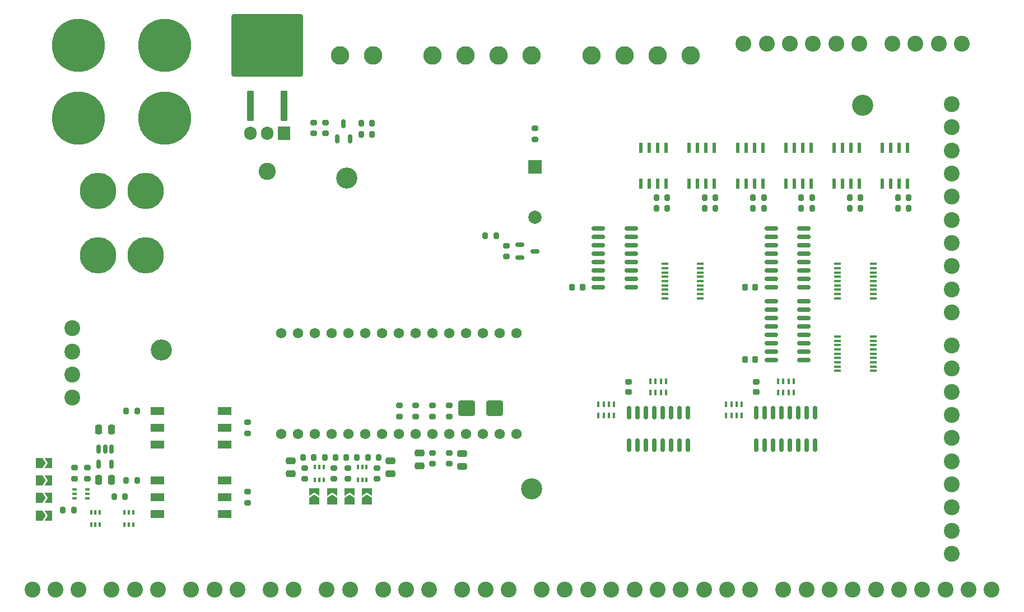
<source format=gbr>
%TF.GenerationSoftware,KiCad,Pcbnew,(7.0.0)*%
%TF.CreationDate,2023-05-23T17:02:05+02:00*%
%TF.ProjectId,Kettcar_Control_HW,4b657474-6361-4725-9f43-6f6e74726f6c,1.0*%
%TF.SameCoordinates,Original*%
%TF.FileFunction,Soldermask,Top*%
%TF.FilePolarity,Negative*%
%FSLAX46Y46*%
G04 Gerber Fmt 4.6, Leading zero omitted, Abs format (unit mm)*
G04 Created by KiCad (PCBNEW (7.0.0)) date 2023-05-23 17:02:05*
%MOMM*%
%LPD*%
G01*
G04 APERTURE LIST*
G04 Aperture macros list*
%AMRoundRect*
0 Rectangle with rounded corners*
0 $1 Rounding radius*
0 $2 $3 $4 $5 $6 $7 $8 $9 X,Y pos of 4 corners*
0 Add a 4 corners polygon primitive as box body*
4,1,4,$2,$3,$4,$5,$6,$7,$8,$9,$2,$3,0*
0 Add four circle primitives for the rounded corners*
1,1,$1+$1,$2,$3*
1,1,$1+$1,$4,$5*
1,1,$1+$1,$6,$7*
1,1,$1+$1,$8,$9*
0 Add four rect primitives between the rounded corners*
20,1,$1+$1,$2,$3,$4,$5,0*
20,1,$1+$1,$4,$5,$6,$7,0*
20,1,$1+$1,$6,$7,$8,$9,0*
20,1,$1+$1,$8,$9,$2,$3,0*%
%AMFreePoly0*
4,1,6,1.000000,0.000000,0.500000,-0.750000,-0.500000,-0.750000,-0.500000,0.750000,0.500000,0.750000,1.000000,0.000000,1.000000,0.000000,$1*%
%AMFreePoly1*
4,1,6,0.500000,-0.750000,-0.650000,-0.750000,-0.150000,0.000000,-0.650000,0.750000,0.500000,0.750000,0.500000,-0.750000,0.500000,-0.750000,$1*%
G04 Aperture macros list end*
%ADD10RoundRect,0.150000X-0.150000X0.512500X-0.150000X-0.512500X0.150000X-0.512500X0.150000X0.512500X0*%
%ADD11FreePoly0,90.000000*%
%ADD12FreePoly1,90.000000*%
%ADD13RoundRect,0.200000X-0.200000X-0.275000X0.200000X-0.275000X0.200000X0.275000X-0.200000X0.275000X0*%
%ADD14R,0.400000X0.900000*%
%ADD15RoundRect,0.200000X-0.275000X0.200000X-0.275000X-0.200000X0.275000X-0.200000X0.275000X0.200000X0*%
%ADD16C,2.400000*%
%ADD17R,2.000000X1.200000*%
%ADD18RoundRect,0.200000X0.200000X0.275000X-0.200000X0.275000X-0.200000X-0.275000X0.200000X-0.275000X0*%
%ADD19RoundRect,0.150000X0.825000X0.150000X-0.825000X0.150000X-0.825000X-0.150000X0.825000X-0.150000X0*%
%ADD20C,8.000000*%
%ADD21R,0.650000X0.400000*%
%ADD22RoundRect,0.200000X0.275000X-0.200000X0.275000X0.200000X-0.275000X0.200000X-0.275000X-0.200000X0*%
%ADD23R,1.000000X0.400000*%
%ADD24RoundRect,0.250000X0.250000X0.475000X-0.250000X0.475000X-0.250000X-0.475000X0.250000X-0.475000X0*%
%ADD25R,0.600000X1.550000*%
%ADD26R,0.400000X0.650000*%
%ADD27RoundRect,0.250000X-0.475000X0.250000X-0.475000X-0.250000X0.475000X-0.250000X0.475000X0.250000X0*%
%ADD28FreePoly0,0.000000*%
%ADD29FreePoly1,0.000000*%
%ADD30R,2.000000X2.000000*%
%ADD31C,2.000000*%
%ADD32C,2.800000*%
%ADD33RoundRect,0.150000X0.150000X-0.825000X0.150000X0.825000X-0.150000X0.825000X-0.150000X-0.825000X0*%
%ADD34RoundRect,0.150000X-0.512500X-0.150000X0.512500X-0.150000X0.512500X0.150000X-0.512500X0.150000X0*%
%ADD35C,5.500000*%
%ADD36R,1.905000X2.000000*%
%ADD37O,1.905000X2.000000*%
%ADD38RoundRect,0.250000X0.300000X-2.050000X0.300000X2.050000X-0.300000X2.050000X-0.300000X-2.050000X0*%
%ADD39RoundRect,0.250002X5.149998X-4.449998X5.149998X4.449998X-5.149998X4.449998X-5.149998X-4.449998X0*%
%ADD40RoundRect,0.250000X-1.000000X-0.900000X1.000000X-0.900000X1.000000X0.900000X-1.000000X0.900000X0*%
%ADD41C,2.600000*%
%ADD42RoundRect,0.250000X0.475000X-0.250000X0.475000X0.250000X-0.475000X0.250000X-0.475000X-0.250000X0*%
%ADD43C,3.200000*%
%ADD44RoundRect,0.225000X0.225000X0.250000X-0.225000X0.250000X-0.225000X-0.250000X0.225000X-0.250000X0*%
%ADD45RoundRect,0.150000X0.150000X-0.512500X0.150000X0.512500X-0.150000X0.512500X-0.150000X-0.512500X0*%
%ADD46RoundRect,0.225000X0.250000X-0.225000X0.250000X0.225000X-0.250000X0.225000X-0.250000X-0.225000X0*%
%ADD47C,1.574800*%
G04 APERTURE END LIST*
D10*
%TO.C,U1*%
X44450000Y-120012500D03*
X43500000Y-120012500D03*
X42550000Y-120012500D03*
X42550000Y-122287500D03*
X44450000Y-122287500D03*
%TD*%
D11*
%TO.C,JP6*%
X75150000Y-127925000D03*
D12*
X75150000Y-126475000D03*
%TD*%
D11*
%TO.C,JP8*%
X80450000Y-127925000D03*
D12*
X80450000Y-126475000D03*
%TD*%
D13*
%TO.C,R1*%
X148725000Y-82000000D03*
X150375000Y-82000000D03*
%TD*%
D14*
%TO.C,RN1*%
X125899999Y-111449999D03*
X126699999Y-111449999D03*
X127499999Y-111449999D03*
X128299999Y-111449999D03*
X128299999Y-109749999D03*
X127499999Y-109749999D03*
X126699999Y-109749999D03*
X125899999Y-109749999D03*
%TD*%
D15*
%TO.C,R11*%
X90450000Y-113425000D03*
X90450000Y-115075000D03*
%TD*%
%TO.C,R27*%
X65050000Y-115975000D03*
X65050000Y-117625000D03*
%TD*%
D16*
%TO.C,J9*%
X141000000Y-141250000D03*
X137500000Y-141250000D03*
X134000000Y-141250000D03*
X130500000Y-141250000D03*
X127000000Y-141250000D03*
X123500000Y-141250000D03*
X120000000Y-141250000D03*
X116500000Y-141250000D03*
X113000000Y-141250000D03*
X109500000Y-141250000D03*
%TD*%
D17*
%TO.C,U10*%
X51439999Y-124769999D03*
X51439999Y-127309999D03*
X51439999Y-129849999D03*
X61599999Y-129849999D03*
X61599999Y-127309999D03*
X61599999Y-124769999D03*
%TD*%
D18*
%TO.C,R26*%
X48325000Y-114300000D03*
X46675000Y-114300000D03*
%TD*%
D16*
%TO.C,J10*%
X39500000Y-141250000D03*
X36000000Y-141250000D03*
X32500000Y-141250000D03*
%TD*%
D19*
%TO.C,U12*%
X149150000Y-95545000D03*
X149150000Y-94275000D03*
X149150000Y-93005000D03*
X149150000Y-91735000D03*
X149150000Y-90465000D03*
X149150000Y-89195000D03*
X149150000Y-87925000D03*
X149150000Y-86655000D03*
X144200000Y-86655000D03*
X144200000Y-87925000D03*
X144200000Y-89195000D03*
X144200000Y-90465000D03*
X144200000Y-91735000D03*
X144200000Y-93005000D03*
X144200000Y-94275000D03*
X144200000Y-95545000D03*
%TD*%
D20*
%TO.C,J4*%
X39500000Y-59000000D03*
X39500000Y-70000000D03*
%TD*%
D21*
%TO.C,Q10*%
X38899999Y-126149999D03*
X38899999Y-126799999D03*
X38899999Y-127449999D03*
X40799999Y-127449999D03*
X40799999Y-126799999D03*
X40799999Y-126149999D03*
%TD*%
D11*
%TO.C,JP4*%
X83100000Y-127925000D03*
D12*
X83100000Y-126475000D03*
%TD*%
D13*
%TO.C,R39*%
X79900000Y-121300000D03*
X81550000Y-121300000D03*
%TD*%
D18*
%TO.C,R16*%
X157675000Y-83650000D03*
X156025000Y-83650000D03*
%TD*%
D15*
%TO.C,R10*%
X93000000Y-120575000D03*
X93000000Y-122225000D03*
%TD*%
D22*
%TO.C,R23*%
X76800000Y-72275000D03*
X76800000Y-70625000D03*
%TD*%
D23*
%TO.C,U2*%
X128074999Y-92024999D03*
X128074999Y-92674999D03*
X128074999Y-93324999D03*
X128074999Y-93974999D03*
X128074999Y-94624999D03*
X128074999Y-95274999D03*
X128074999Y-95924999D03*
X128074999Y-96574999D03*
X128074999Y-97224999D03*
X133474999Y-97224999D03*
X133474999Y-96574999D03*
X133474999Y-95924999D03*
X133474999Y-95274999D03*
X133474999Y-94624999D03*
X133474999Y-93974999D03*
X133474999Y-93324999D03*
X133474999Y-92674999D03*
X133474999Y-92024999D03*
%TD*%
D14*
%TO.C,RN3*%
X145199999Y-111449999D03*
X145999999Y-111449999D03*
X146799999Y-111449999D03*
X147599999Y-111449999D03*
X147599999Y-109749999D03*
X146799999Y-109749999D03*
X145999999Y-109749999D03*
X145199999Y-109749999D03*
%TD*%
D24*
%TO.C,C2*%
X44450000Y-124650000D03*
X42550000Y-124650000D03*
%TD*%
D13*
%TO.C,R4*%
X126825000Y-82000000D03*
X128475000Y-82000000D03*
%TD*%
D25*
%TO.C,Q5*%
X160994999Y-79849999D03*
X162264999Y-79849999D03*
X163534999Y-79849999D03*
X164804999Y-79849999D03*
X160994999Y-74449999D03*
X162264999Y-74449999D03*
X163534999Y-74449999D03*
X164804999Y-74449999D03*
%TD*%
D26*
%TO.C,Q12*%
X81724999Y-124649999D03*
X82374999Y-124649999D03*
X83024999Y-124649999D03*
X83024999Y-122749999D03*
X82374999Y-122749999D03*
X81724999Y-122749999D03*
%TD*%
D16*
%TO.C,J11*%
X38500000Y-112250000D03*
X38500000Y-108750000D03*
X38500000Y-105250000D03*
X38500000Y-101750000D03*
%TD*%
D27*
%TO.C,C4*%
X97500000Y-120700000D03*
X97500000Y-122600000D03*
%TD*%
D19*
%TO.C,U8*%
X149150000Y-106520000D03*
X149150000Y-105250000D03*
X149150000Y-103980000D03*
X149150000Y-102710000D03*
X149150000Y-101440000D03*
X149150000Y-100170000D03*
X149150000Y-98900000D03*
X149150000Y-97630000D03*
X144200000Y-97630000D03*
X144200000Y-98900000D03*
X144200000Y-100170000D03*
X144200000Y-101440000D03*
X144200000Y-102710000D03*
X144200000Y-103980000D03*
X144200000Y-105250000D03*
X144200000Y-106520000D03*
%TD*%
D28*
%TO.C,JP5*%
X33525000Y-130050000D03*
D29*
X34975000Y-130050000D03*
%TD*%
D28*
%TO.C,JP3*%
X33525000Y-122100000D03*
D29*
X34975000Y-122100000D03*
%TD*%
D16*
%TO.C,J13*%
X177500000Y-141250000D03*
X174000000Y-141250000D03*
X170500000Y-141250000D03*
X167000000Y-141250000D03*
X163500000Y-141250000D03*
X160000000Y-141250000D03*
X156500000Y-141250000D03*
X153000000Y-141250000D03*
X149500000Y-141250000D03*
X146000000Y-141250000D03*
%TD*%
D13*
%TO.C,R14*%
X156025000Y-82000000D03*
X157675000Y-82000000D03*
%TD*%
D15*
%TO.C,R9*%
X95550000Y-120575000D03*
X95550000Y-122225000D03*
%TD*%
D30*
%TO.C,LS1*%
X108449999Y-77349999D03*
D31*
X108450000Y-84950000D03*
%TD*%
D15*
%TO.C,R29*%
X65070000Y-126485000D03*
X65070000Y-128135000D03*
%TD*%
D32*
%TO.C,J12*%
X79000000Y-60500000D03*
X84000000Y-60500000D03*
%TD*%
D16*
%TO.C,J18*%
X72000000Y-141250000D03*
X68500000Y-141250000D03*
%TD*%
D25*
%TO.C,Q4*%
X124494999Y-79849999D03*
X125764999Y-79849999D03*
X127034999Y-79849999D03*
X128304999Y-79849999D03*
X124494999Y-74449999D03*
X125764999Y-74449999D03*
X127034999Y-74449999D03*
X128304999Y-74449999D03*
%TD*%
D13*
%TO.C,R24*%
X82225000Y-72400000D03*
X83875000Y-72400000D03*
%TD*%
D14*
%TO.C,RN2*%
X118049999Y-114949999D03*
X118849999Y-114949999D03*
X119649999Y-114949999D03*
X120449999Y-114949999D03*
X120449999Y-113249999D03*
X119649999Y-113249999D03*
X118849999Y-113249999D03*
X118049999Y-113249999D03*
%TD*%
D16*
%TO.C,J20*%
X63500000Y-141250000D03*
X60000000Y-141250000D03*
X56500000Y-141250000D03*
%TD*%
D33*
%TO.C,U6*%
X141955000Y-119425000D03*
X143225000Y-119425000D03*
X144495000Y-119425000D03*
X145765000Y-119425000D03*
X147035000Y-119425000D03*
X148305000Y-119425000D03*
X149575000Y-119425000D03*
X150845000Y-119425000D03*
X150845000Y-114475000D03*
X149575000Y-114475000D03*
X148305000Y-114475000D03*
X147035000Y-114475000D03*
X145765000Y-114475000D03*
X144495000Y-114475000D03*
X143225000Y-114475000D03*
X141955000Y-114475000D03*
%TD*%
D34*
%TO.C,Q7*%
X106162500Y-89150000D03*
X106162500Y-91050000D03*
X108437500Y-90100000D03*
%TD*%
D18*
%TO.C,R8*%
X128475000Y-83650000D03*
X126825000Y-83650000D03*
%TD*%
D35*
%TO.C,J6*%
X49600000Y-81000000D03*
X42400000Y-81000000D03*
%TD*%
D36*
%TO.C,Q8*%
X70539999Y-72249999D03*
D37*
X67999999Y-72249999D03*
X65459999Y-72249999D03*
%TD*%
D18*
%TO.C,R28*%
X48345000Y-124760000D03*
X46695000Y-124760000D03*
%TD*%
D16*
%TO.C,J19*%
X171500000Y-67850000D03*
X171500000Y-71350000D03*
X171500000Y-74850000D03*
X171500000Y-78350000D03*
X171500000Y-81850000D03*
X171500000Y-85350000D03*
X171500000Y-88850000D03*
X171500000Y-92350000D03*
X171500000Y-95850000D03*
X171500000Y-99350000D03*
%TD*%
D18*
%TO.C,R7*%
X135775000Y-83650000D03*
X134125000Y-83650000D03*
%TD*%
%TO.C,R20*%
X102625000Y-87750000D03*
X100975000Y-87750000D03*
%TD*%
D16*
%TO.C,J21*%
X51500000Y-141250000D03*
X48000000Y-141250000D03*
X44500000Y-141250000D03*
%TD*%
D15*
%TO.C,R34*%
X73675000Y-122875000D03*
X73675000Y-124525000D03*
%TD*%
D16*
%TO.C,J16*%
X92500000Y-141250000D03*
X89000000Y-141250000D03*
X85500000Y-141250000D03*
%TD*%
D32*
%TO.C,J3*%
X117000000Y-60500000D03*
X122000000Y-60500000D03*
X127000000Y-60500000D03*
X132000000Y-60500000D03*
%TD*%
D18*
%TO.C,R36*%
X78350000Y-121300000D03*
X76700000Y-121300000D03*
%TD*%
D38*
%TO.C,D2*%
X65500000Y-68150000D03*
D39*
X68040000Y-59000000D03*
D38*
X70580000Y-68150000D03*
%TD*%
D25*
%TO.C,Q6*%
X153694999Y-79849999D03*
X154964999Y-79849999D03*
X156234999Y-79849999D03*
X157504999Y-79849999D03*
X153694999Y-74449999D03*
X154964999Y-74449999D03*
X156234999Y-74449999D03*
X157504999Y-74449999D03*
%TD*%
D18*
%TO.C,R40*%
X84850000Y-121300000D03*
X83200000Y-121300000D03*
%TD*%
D25*
%TO.C,Q2*%
X139094999Y-79849999D03*
X140364999Y-79849999D03*
X141634999Y-79849999D03*
X142904999Y-79849999D03*
X139094999Y-74449999D03*
X140364999Y-74449999D03*
X141634999Y-74449999D03*
X142904999Y-74449999D03*
%TD*%
D40*
%TO.C,D1*%
X98100000Y-113800000D03*
X102400000Y-113800000D03*
%TD*%
D13*
%TO.C,R3*%
X134125000Y-82000000D03*
X135775000Y-82000000D03*
%TD*%
D28*
%TO.C,JP1*%
X33525000Y-127400000D03*
D29*
X34975000Y-127400000D03*
%TD*%
D41*
%TO.C,REF\u002A\u002A*%
X68000000Y-78000000D03*
%TD*%
D18*
%TO.C,R15*%
X164975000Y-83650000D03*
X163325000Y-83650000D03*
%TD*%
D16*
%TO.C,J5*%
X140000000Y-58750000D03*
X143500000Y-58750000D03*
X147000000Y-58750000D03*
X150500000Y-58750000D03*
X154000000Y-58750000D03*
X157500000Y-58750000D03*
%TD*%
%TO.C,J14*%
X171500000Y-104350000D03*
X171500000Y-107850000D03*
X171500000Y-111350000D03*
X171500000Y-114850000D03*
X171500000Y-118350000D03*
X171500000Y-121850000D03*
X171500000Y-125350000D03*
X171500000Y-128850000D03*
X171500000Y-132350000D03*
X171500000Y-135850000D03*
%TD*%
D22*
%TO.C,R17*%
X95550000Y-115075000D03*
X95550000Y-113425000D03*
%TD*%
D42*
%TO.C,C11*%
X86600000Y-123700000D03*
X86600000Y-121800000D03*
%TD*%
D15*
%TO.C,R38*%
X80175000Y-122875000D03*
X80175000Y-124525000D03*
%TD*%
D22*
%TO.C,R18*%
X93000000Y-115075000D03*
X93000000Y-113425000D03*
%TD*%
D15*
%TO.C,R12*%
X87950000Y-113425000D03*
X87950000Y-115075000D03*
%TD*%
D11*
%TO.C,JP2*%
X77800000Y-127925000D03*
D12*
X77800000Y-126475000D03*
%TD*%
D43*
%TO.C,REF\u002A\u002A*%
X158000000Y-68000000D03*
%TD*%
D16*
%TO.C,J17*%
X104500000Y-141250000D03*
X101000000Y-141250000D03*
X97500000Y-141250000D03*
%TD*%
D26*
%TO.C,U14*%
X42699999Y-129549999D03*
X42049999Y-129549999D03*
X41399999Y-129549999D03*
X41399999Y-131449999D03*
X42049999Y-131449999D03*
X42699999Y-131449999D03*
%TD*%
D15*
%TO.C,R41*%
X84575000Y-122875000D03*
X84575000Y-124525000D03*
%TD*%
D43*
%TO.C,REF\u002A\u002A*%
X52000000Y-105000000D03*
%TD*%
D15*
%TO.C,R22*%
X75000000Y-70625000D03*
X75000000Y-72275000D03*
%TD*%
D20*
%TO.C,J1*%
X52500000Y-70000000D03*
X52500000Y-59000000D03*
%TD*%
D15*
%TO.C,R31*%
X40800000Y-122825000D03*
X40800000Y-124475000D03*
%TD*%
D33*
%TO.C,U5*%
X122655000Y-119425000D03*
X123925000Y-119425000D03*
X125195000Y-119425000D03*
X126465000Y-119425000D03*
X127735000Y-119425000D03*
X129005000Y-119425000D03*
X130275000Y-119425000D03*
X131545000Y-119425000D03*
X131545000Y-114475000D03*
X130275000Y-114475000D03*
X129005000Y-114475000D03*
X127735000Y-114475000D03*
X126465000Y-114475000D03*
X125195000Y-114475000D03*
X123925000Y-114475000D03*
X122655000Y-114475000D03*
%TD*%
D13*
%TO.C,R35*%
X73400000Y-121300000D03*
X75050000Y-121300000D03*
%TD*%
D16*
%TO.C,J15*%
X80500000Y-141250000D03*
X77000000Y-141250000D03*
%TD*%
D13*
%TO.C,R13*%
X163325000Y-82000000D03*
X164975000Y-82000000D03*
%TD*%
D18*
%TO.C,R32*%
X46525000Y-127250000D03*
X44875000Y-127250000D03*
%TD*%
D44*
%TO.C,C5*%
X115650000Y-95525000D03*
X114100000Y-95525000D03*
%TD*%
D26*
%TO.C,U13*%
X47749999Y-129549999D03*
X47099999Y-129549999D03*
X46449999Y-129549999D03*
X46449999Y-131449999D03*
X47099999Y-131449999D03*
X47749999Y-131449999D03*
%TD*%
D17*
%TO.C,U9*%
X51419999Y-114259999D03*
X51419999Y-116799999D03*
X51419999Y-119339999D03*
X61579999Y-119339999D03*
X61579999Y-116799999D03*
X61579999Y-114259999D03*
%TD*%
D27*
%TO.C,C3*%
X91050000Y-120650000D03*
X91050000Y-122550000D03*
%TD*%
D25*
%TO.C,Q3*%
X131794999Y-79849999D03*
X133064999Y-79849999D03*
X134334999Y-79849999D03*
X135604999Y-79849999D03*
X131794999Y-74449999D03*
X133064999Y-74449999D03*
X134334999Y-74449999D03*
X135604999Y-74449999D03*
%TD*%
D32*
%TO.C,J2*%
X93000000Y-60500000D03*
X98000000Y-60500000D03*
X103000000Y-60500000D03*
X108000000Y-60500000D03*
%TD*%
D16*
%TO.C,J8*%
X162500000Y-58750000D03*
X166000000Y-58750000D03*
X169500000Y-58750000D03*
X173000000Y-58750000D03*
%TD*%
D13*
%TO.C,R2*%
X141425000Y-82000000D03*
X143075000Y-82000000D03*
%TD*%
D15*
%TO.C,R30*%
X38900000Y-122825000D03*
X38900000Y-124475000D03*
%TD*%
%TO.C,R37*%
X78075000Y-122875000D03*
X78075000Y-124525000D03*
%TD*%
D19*
%TO.C,U3*%
X123025000Y-95545000D03*
X123025000Y-94275000D03*
X123025000Y-93005000D03*
X123025000Y-91735000D03*
X123025000Y-90465000D03*
X123025000Y-89195000D03*
X123025000Y-87925000D03*
X123025000Y-86655000D03*
X118075000Y-86655000D03*
X118075000Y-87925000D03*
X118075000Y-89195000D03*
X118075000Y-90465000D03*
X118075000Y-91735000D03*
X118075000Y-93005000D03*
X118075000Y-94275000D03*
X118075000Y-95545000D03*
%TD*%
D13*
%TO.C,R33*%
X37125000Y-129250000D03*
X38775000Y-129250000D03*
%TD*%
D25*
%TO.C,Q1*%
X146394999Y-79849999D03*
X147664999Y-79849999D03*
X148934999Y-79849999D03*
X150204999Y-79849999D03*
X146394999Y-74449999D03*
X147664999Y-74449999D03*
X148934999Y-74449999D03*
X150204999Y-74449999D03*
%TD*%
D43*
%TO.C,REF\u002A\u002A*%
X80000000Y-79000000D03*
%TD*%
D35*
%TO.C,J7*%
X49600000Y-90700000D03*
X42400000Y-90700000D03*
%TD*%
D18*
%TO.C,R25*%
X83875000Y-70700000D03*
X82225000Y-70700000D03*
%TD*%
%TO.C,R6*%
X143075000Y-83650000D03*
X141425000Y-83650000D03*
%TD*%
%TO.C,R5*%
X150375000Y-83650000D03*
X148725000Y-83650000D03*
%TD*%
D45*
%TO.C,Q9*%
X78600000Y-73137500D03*
X80500000Y-73137500D03*
X79550000Y-70862500D03*
%TD*%
D23*
%TO.C,U7*%
X154199999Y-102999999D03*
X154199999Y-103649999D03*
X154199999Y-104299999D03*
X154199999Y-104949999D03*
X154199999Y-105599999D03*
X154199999Y-106249999D03*
X154199999Y-106899999D03*
X154199999Y-107549999D03*
X154199999Y-108199999D03*
X159599999Y-108199999D03*
X159599999Y-107549999D03*
X159599999Y-106899999D03*
X159599999Y-106249999D03*
X159599999Y-105599999D03*
X159599999Y-104949999D03*
X159599999Y-104299999D03*
X159599999Y-103649999D03*
X159599999Y-102999999D03*
%TD*%
D22*
%TO.C,R21*%
X104150000Y-90925000D03*
X104150000Y-89275000D03*
%TD*%
D46*
%TO.C,C7*%
X141950000Y-111375000D03*
X141950000Y-109825000D03*
%TD*%
D14*
%TO.C,RN4*%
X137349999Y-114949999D03*
X138149999Y-114949999D03*
X138949999Y-114949999D03*
X139749999Y-114949999D03*
X139749999Y-113249999D03*
X138949999Y-113249999D03*
X138149999Y-113249999D03*
X137349999Y-113249999D03*
%TD*%
D15*
%TO.C,R19*%
X108450000Y-71525000D03*
X108450000Y-73175000D03*
%TD*%
D47*
%TO.C,U4*%
X70140000Y-117740000D03*
X72680000Y-117740000D03*
X75220000Y-117740000D03*
X77760000Y-117740000D03*
X80300000Y-117740000D03*
X82840000Y-117740000D03*
X85380000Y-117740000D03*
X87920000Y-117740000D03*
X90460000Y-117740000D03*
X93000000Y-117740000D03*
X95540000Y-117740000D03*
X98080000Y-117740000D03*
X100620000Y-117740000D03*
X103160000Y-117740000D03*
X105700000Y-117740000D03*
X105700000Y-102500000D03*
X103160000Y-102500000D03*
X100620000Y-102500000D03*
X98080000Y-102500000D03*
X95540000Y-102500000D03*
X93000000Y-102500000D03*
X90460000Y-102500000D03*
X87920000Y-102500000D03*
X85380000Y-102500000D03*
X82840000Y-102500000D03*
X80300000Y-102500000D03*
X77760000Y-102500000D03*
X75220000Y-102500000D03*
X72680000Y-102500000D03*
X70140000Y-102500000D03*
%TD*%
D42*
%TO.C,C10*%
X71550000Y-123700000D03*
X71550000Y-121800000D03*
%TD*%
D44*
%TO.C,C8*%
X141775000Y-106500000D03*
X140225000Y-106500000D03*
%TD*%
D46*
%TO.C,C6*%
X122650000Y-111375000D03*
X122650000Y-109825000D03*
%TD*%
D23*
%TO.C,U11*%
X154199999Y-92024999D03*
X154199999Y-92674999D03*
X154199999Y-93324999D03*
X154199999Y-93974999D03*
X154199999Y-94624999D03*
X154199999Y-95274999D03*
X154199999Y-95924999D03*
X154199999Y-96574999D03*
X154199999Y-97224999D03*
X159599999Y-97224999D03*
X159599999Y-96574999D03*
X159599999Y-95924999D03*
X159599999Y-95274999D03*
X159599999Y-94624999D03*
X159599999Y-93974999D03*
X159599999Y-93324999D03*
X159599999Y-92674999D03*
X159599999Y-92024999D03*
%TD*%
D24*
%TO.C,C1*%
X44450000Y-117050000D03*
X42550000Y-117050000D03*
%TD*%
D28*
%TO.C,JP7*%
X33525000Y-124750000D03*
D29*
X34975000Y-124750000D03*
%TD*%
D26*
%TO.C,Q11*%
X75224999Y-124649999D03*
X75874999Y-124649999D03*
X76524999Y-124649999D03*
X76524999Y-122749999D03*
X75874999Y-122749999D03*
X75224999Y-122749999D03*
%TD*%
D44*
%TO.C,C9*%
X141775000Y-95525000D03*
X140225000Y-95525000D03*
%TD*%
D43*
%TO.C,REF\u002A\u002A*%
X108000000Y-126000000D03*
%TD*%
M02*

</source>
